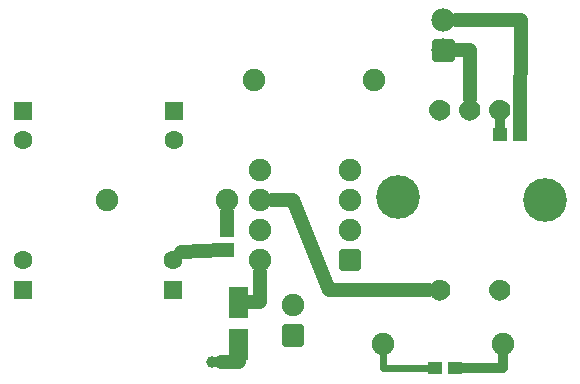
<source format=gtl>
G04 MADE WITH FRITZING*
G04 WWW.FRITZING.ORG*
G04 DOUBLE SIDED*
G04 HOLES PLATED*
G04 CONTOUR ON CENTER OF CONTOUR VECTOR*
%ASAXBY*%
%FSLAX23Y23*%
%MOIN*%
%OFA0B0*%
%SFA1.0B1.0*%
%ADD10C,0.070000*%
%ADD11C,0.075000*%
%ADD12C,0.145669*%
%ADD13C,0.039370*%
%ADD14C,0.062992*%
%ADD15C,0.078000*%
%ADD16R,0.047244X0.043307*%
%ADD17R,0.062992X0.062992*%
%ADD18C,0.024000*%
%ADD19C,0.032000*%
%ADD20C,0.048000*%
%ADD21C,0.020000*%
%ADD22R,0.001000X0.001000*%
%LNCOPPER1*%
G90*
G70*
G54D10*
X1739Y1057D03*
X1639Y1057D03*
X1539Y1057D03*
X1739Y457D03*
X1539Y457D03*
G54D11*
X919Y1157D03*
X1319Y1157D03*
X1750Y277D03*
X1350Y277D03*
X829Y757D03*
X429Y757D03*
G54D12*
X1399Y767D03*
X1889Y757D03*
G54D11*
X1050Y307D03*
X1050Y407D03*
G54D13*
X779Y217D03*
G54D14*
X650Y458D03*
X650Y557D03*
X650Y458D03*
X650Y557D03*
X150Y458D03*
X150Y557D03*
X150Y458D03*
X150Y557D03*
X651Y1056D03*
X651Y958D03*
X651Y1056D03*
X651Y958D03*
X150Y1055D03*
X150Y957D03*
X150Y1055D03*
X150Y957D03*
G54D11*
X1239Y557D03*
X939Y557D03*
X1239Y657D03*
X939Y657D03*
X1239Y757D03*
X939Y757D03*
X1239Y857D03*
X939Y857D03*
G54D15*
X1550Y1257D03*
X1550Y1357D03*
G54D16*
X1589Y197D03*
X1522Y197D03*
G54D17*
X650Y458D03*
X650Y458D03*
X150Y458D03*
X150Y458D03*
X651Y1056D03*
X651Y1056D03*
X150Y1055D03*
X150Y1055D03*
G54D18*
X1349Y198D02*
X1349Y248D01*
G54D19*
D02*
X1607Y197D02*
X1749Y198D01*
D02*
X1749Y198D02*
X1749Y243D01*
G54D20*
D02*
X813Y590D02*
X679Y586D01*
D02*
X679Y586D02*
X676Y584D01*
D02*
X829Y718D02*
X829Y675D01*
D02*
X1806Y993D02*
X1809Y1357D01*
D02*
X1809Y1357D02*
X1591Y1357D01*
G54D19*
D02*
X1739Y993D02*
X1739Y1026D01*
G54D18*
D02*
X1504Y197D02*
X1349Y198D01*
G54D20*
D02*
X1048Y757D02*
X1168Y458D01*
D02*
X1168Y458D02*
X1502Y457D01*
D02*
X979Y757D02*
X1048Y757D01*
D02*
X1591Y1257D02*
X1639Y1257D01*
D02*
X1639Y1257D02*
X1639Y1095D01*
D02*
X869Y230D02*
X869Y217D01*
D02*
X869Y217D02*
X809Y217D01*
D02*
X939Y518D02*
X939Y417D01*
D02*
X939Y417D02*
X895Y417D01*
G36*
X1782Y956D02*
X1782Y999D01*
X1830Y999D01*
X1830Y956D01*
X1782Y956D01*
G37*
D02*
G36*
X1715Y956D02*
X1715Y999D01*
X1763Y999D01*
X1763Y956D01*
X1715Y956D01*
G37*
D02*
G36*
X851Y634D02*
X807Y634D01*
X807Y681D01*
X851Y681D01*
X851Y634D01*
G37*
D02*
G36*
X851Y567D02*
X807Y567D01*
X807Y614D01*
X851Y614D01*
X851Y567D01*
G37*
D02*
G54D21*
X1022Y334D02*
X1077Y334D01*
X1077Y279D01*
X1022Y279D01*
X1022Y334D01*
D02*
G36*
X837Y327D02*
X900Y327D01*
X900Y224D01*
X837Y224D01*
X837Y327D01*
G37*
D02*
G36*
X837Y468D02*
X900Y468D01*
X900Y366D01*
X837Y366D01*
X837Y468D01*
G37*
D02*
X1211Y530D02*
X1211Y585D01*
X1266Y585D01*
X1266Y530D01*
X1211Y530D01*
D02*
X1521Y1228D02*
X1521Y1286D01*
X1579Y1286D01*
X1579Y1228D01*
X1521Y1228D01*
D02*
G54D22*
X1533Y1092D02*
X1543Y1092D01*
X1633Y1092D02*
X1642Y1092D01*
X1733Y1092D02*
X1742Y1092D01*
X1529Y1091D02*
X1546Y1091D01*
X1629Y1091D02*
X1646Y1091D01*
X1729Y1091D02*
X1746Y1091D01*
X1526Y1090D02*
X1549Y1090D01*
X1626Y1090D02*
X1649Y1090D01*
X1726Y1090D02*
X1749Y1090D01*
X1524Y1089D02*
X1551Y1089D01*
X1624Y1089D02*
X1651Y1089D01*
X1724Y1089D02*
X1751Y1089D01*
X1522Y1088D02*
X1553Y1088D01*
X1622Y1088D02*
X1653Y1088D01*
X1722Y1088D02*
X1753Y1088D01*
X1521Y1087D02*
X1555Y1087D01*
X1620Y1087D02*
X1655Y1087D01*
X1720Y1087D02*
X1755Y1087D01*
X1519Y1086D02*
X1556Y1086D01*
X1619Y1086D02*
X1656Y1086D01*
X1719Y1086D02*
X1756Y1086D01*
X1518Y1085D02*
X1558Y1085D01*
X1618Y1085D02*
X1658Y1085D01*
X1718Y1085D02*
X1758Y1085D01*
X1516Y1084D02*
X1559Y1084D01*
X1616Y1084D02*
X1659Y1084D01*
X1716Y1084D02*
X1759Y1084D01*
X1515Y1083D02*
X1560Y1083D01*
X1615Y1083D02*
X1660Y1083D01*
X1715Y1083D02*
X1760Y1083D01*
X1514Y1082D02*
X1561Y1082D01*
X1614Y1082D02*
X1661Y1082D01*
X1714Y1082D02*
X1761Y1082D01*
X1513Y1081D02*
X1562Y1081D01*
X1613Y1081D02*
X1662Y1081D01*
X1713Y1081D02*
X1762Y1081D01*
X1512Y1080D02*
X1563Y1080D01*
X1612Y1080D02*
X1663Y1080D01*
X1712Y1080D02*
X1763Y1080D01*
X1512Y1079D02*
X1564Y1079D01*
X1611Y1079D02*
X1664Y1079D01*
X1711Y1079D02*
X1764Y1079D01*
X1511Y1078D02*
X1565Y1078D01*
X1611Y1078D02*
X1665Y1078D01*
X1711Y1078D02*
X1765Y1078D01*
X1510Y1077D02*
X1565Y1077D01*
X1610Y1077D02*
X1665Y1077D01*
X1710Y1077D02*
X1765Y1077D01*
X1509Y1076D02*
X1566Y1076D01*
X1609Y1076D02*
X1666Y1076D01*
X1709Y1076D02*
X1766Y1076D01*
X1509Y1075D02*
X1567Y1075D01*
X1609Y1075D02*
X1667Y1075D01*
X1708Y1075D02*
X1767Y1075D01*
X1508Y1074D02*
X1567Y1074D01*
X1608Y1074D02*
X1667Y1074D01*
X1708Y1074D02*
X1767Y1074D01*
X1507Y1073D02*
X1568Y1073D01*
X1607Y1073D02*
X1668Y1073D01*
X1707Y1073D02*
X1768Y1073D01*
X1507Y1072D02*
X1533Y1072D01*
X1543Y1072D02*
X1569Y1072D01*
X1607Y1072D02*
X1632Y1072D01*
X1643Y1072D02*
X1668Y1072D01*
X1707Y1072D02*
X1732Y1072D01*
X1743Y1072D02*
X1768Y1072D01*
X1506Y1071D02*
X1530Y1071D01*
X1546Y1071D02*
X1569Y1071D01*
X1606Y1071D02*
X1629Y1071D01*
X1646Y1071D02*
X1669Y1071D01*
X1706Y1071D02*
X1729Y1071D01*
X1746Y1071D02*
X1769Y1071D01*
X1506Y1070D02*
X1528Y1070D01*
X1548Y1070D02*
X1569Y1070D01*
X1606Y1070D02*
X1628Y1070D01*
X1648Y1070D02*
X1669Y1070D01*
X1706Y1070D02*
X1728Y1070D01*
X1748Y1070D02*
X1769Y1070D01*
X1506Y1069D02*
X1527Y1069D01*
X1549Y1069D02*
X1570Y1069D01*
X1605Y1069D02*
X1626Y1069D01*
X1649Y1069D02*
X1670Y1069D01*
X1705Y1069D02*
X1726Y1069D01*
X1749Y1069D02*
X1770Y1069D01*
X1505Y1068D02*
X1526Y1068D01*
X1550Y1068D02*
X1570Y1068D01*
X1605Y1068D02*
X1625Y1068D01*
X1650Y1068D02*
X1670Y1068D01*
X1705Y1068D02*
X1725Y1068D01*
X1750Y1068D02*
X1770Y1068D01*
X1505Y1067D02*
X1525Y1067D01*
X1551Y1067D02*
X1571Y1067D01*
X1605Y1067D02*
X1625Y1067D01*
X1651Y1067D02*
X1671Y1067D01*
X1705Y1067D02*
X1725Y1067D01*
X1751Y1067D02*
X1771Y1067D01*
X1504Y1066D02*
X1524Y1066D01*
X1551Y1066D02*
X1571Y1066D01*
X1604Y1066D02*
X1624Y1066D01*
X1651Y1066D02*
X1671Y1066D01*
X1704Y1066D02*
X1724Y1066D01*
X1751Y1066D02*
X1771Y1066D01*
X1504Y1065D02*
X1524Y1065D01*
X1552Y1065D02*
X1571Y1065D01*
X1604Y1065D02*
X1624Y1065D01*
X1652Y1065D02*
X1671Y1065D01*
X1704Y1065D02*
X1724Y1065D01*
X1752Y1065D02*
X1771Y1065D01*
X1504Y1064D02*
X1523Y1064D01*
X1552Y1064D02*
X1571Y1064D01*
X1604Y1064D02*
X1623Y1064D01*
X1652Y1064D02*
X1671Y1064D01*
X1704Y1064D02*
X1723Y1064D01*
X1752Y1064D02*
X1771Y1064D01*
X1504Y1063D02*
X1523Y1063D01*
X1552Y1063D02*
X1572Y1063D01*
X1604Y1063D02*
X1623Y1063D01*
X1652Y1063D02*
X1672Y1063D01*
X1704Y1063D02*
X1723Y1063D01*
X1752Y1063D02*
X1772Y1063D01*
X1504Y1062D02*
X1523Y1062D01*
X1553Y1062D02*
X1572Y1062D01*
X1604Y1062D02*
X1623Y1062D01*
X1653Y1062D02*
X1672Y1062D01*
X1703Y1062D02*
X1723Y1062D01*
X1753Y1062D02*
X1772Y1062D01*
X1503Y1061D02*
X1522Y1061D01*
X1553Y1061D02*
X1572Y1061D01*
X1603Y1061D02*
X1622Y1061D01*
X1653Y1061D02*
X1672Y1061D01*
X1703Y1061D02*
X1722Y1061D01*
X1753Y1061D02*
X1772Y1061D01*
X1503Y1060D02*
X1522Y1060D01*
X1553Y1060D02*
X1572Y1060D01*
X1603Y1060D02*
X1622Y1060D01*
X1653Y1060D02*
X1672Y1060D01*
X1703Y1060D02*
X1722Y1060D01*
X1753Y1060D02*
X1772Y1060D01*
X1503Y1059D02*
X1522Y1059D01*
X1553Y1059D02*
X1572Y1059D01*
X1603Y1059D02*
X1622Y1059D01*
X1653Y1059D02*
X1672Y1059D01*
X1703Y1059D02*
X1722Y1059D01*
X1753Y1059D02*
X1772Y1059D01*
X1503Y1058D02*
X1522Y1058D01*
X1553Y1058D02*
X1572Y1058D01*
X1603Y1058D02*
X1622Y1058D01*
X1653Y1058D02*
X1672Y1058D01*
X1703Y1058D02*
X1722Y1058D01*
X1753Y1058D02*
X1772Y1058D01*
X1503Y1057D02*
X1522Y1057D01*
X1553Y1057D02*
X1572Y1057D01*
X1603Y1057D02*
X1622Y1057D01*
X1653Y1057D02*
X1672Y1057D01*
X1703Y1057D02*
X1722Y1057D01*
X1753Y1057D02*
X1772Y1057D01*
X1503Y1056D02*
X1522Y1056D01*
X1553Y1056D02*
X1572Y1056D01*
X1603Y1056D02*
X1622Y1056D01*
X1653Y1056D02*
X1672Y1056D01*
X1703Y1056D02*
X1722Y1056D01*
X1753Y1056D02*
X1772Y1056D01*
X1503Y1055D02*
X1522Y1055D01*
X1553Y1055D02*
X1572Y1055D01*
X1603Y1055D02*
X1622Y1055D01*
X1653Y1055D02*
X1672Y1055D01*
X1703Y1055D02*
X1722Y1055D01*
X1753Y1055D02*
X1772Y1055D01*
X1503Y1054D02*
X1522Y1054D01*
X1553Y1054D02*
X1572Y1054D01*
X1603Y1054D02*
X1622Y1054D01*
X1653Y1054D02*
X1672Y1054D01*
X1703Y1054D02*
X1722Y1054D01*
X1753Y1054D02*
X1772Y1054D01*
X1504Y1053D02*
X1523Y1053D01*
X1553Y1053D02*
X1572Y1053D01*
X1604Y1053D02*
X1623Y1053D01*
X1653Y1053D02*
X1672Y1053D01*
X1703Y1053D02*
X1723Y1053D01*
X1753Y1053D02*
X1772Y1053D01*
X1504Y1052D02*
X1523Y1052D01*
X1552Y1052D02*
X1572Y1052D01*
X1604Y1052D02*
X1623Y1052D01*
X1652Y1052D02*
X1672Y1052D01*
X1704Y1052D02*
X1723Y1052D01*
X1752Y1052D02*
X1772Y1052D01*
X1504Y1051D02*
X1523Y1051D01*
X1552Y1051D02*
X1571Y1051D01*
X1604Y1051D02*
X1623Y1051D01*
X1652Y1051D02*
X1671Y1051D01*
X1704Y1051D02*
X1723Y1051D01*
X1752Y1051D02*
X1771Y1051D01*
X1504Y1050D02*
X1524Y1050D01*
X1552Y1050D02*
X1571Y1050D01*
X1604Y1050D02*
X1624Y1050D01*
X1652Y1050D02*
X1671Y1050D01*
X1704Y1050D02*
X1724Y1050D01*
X1752Y1050D02*
X1771Y1050D01*
X1504Y1049D02*
X1524Y1049D01*
X1551Y1049D02*
X1571Y1049D01*
X1604Y1049D02*
X1624Y1049D01*
X1651Y1049D02*
X1671Y1049D01*
X1704Y1049D02*
X1724Y1049D01*
X1751Y1049D02*
X1771Y1049D01*
X1505Y1048D02*
X1525Y1048D01*
X1551Y1048D02*
X1571Y1048D01*
X1605Y1048D02*
X1625Y1048D01*
X1651Y1048D02*
X1671Y1048D01*
X1705Y1048D02*
X1725Y1048D01*
X1751Y1048D02*
X1771Y1048D01*
X1505Y1047D02*
X1526Y1047D01*
X1550Y1047D02*
X1570Y1047D01*
X1605Y1047D02*
X1625Y1047D01*
X1650Y1047D02*
X1670Y1047D01*
X1705Y1047D02*
X1725Y1047D01*
X1750Y1047D02*
X1770Y1047D01*
X1506Y1046D02*
X1527Y1046D01*
X1549Y1046D02*
X1570Y1046D01*
X1605Y1046D02*
X1626Y1046D01*
X1649Y1046D02*
X1670Y1046D01*
X1705Y1046D02*
X1726Y1046D01*
X1749Y1046D02*
X1770Y1046D01*
X1506Y1045D02*
X1528Y1045D01*
X1548Y1045D02*
X1569Y1045D01*
X1606Y1045D02*
X1628Y1045D01*
X1648Y1045D02*
X1669Y1045D01*
X1706Y1045D02*
X1728Y1045D01*
X1748Y1045D02*
X1769Y1045D01*
X1506Y1044D02*
X1530Y1044D01*
X1546Y1044D02*
X1569Y1044D01*
X1606Y1044D02*
X1630Y1044D01*
X1646Y1044D02*
X1669Y1044D01*
X1706Y1044D02*
X1729Y1044D01*
X1746Y1044D02*
X1769Y1044D01*
X1507Y1043D02*
X1533Y1043D01*
X1543Y1043D02*
X1569Y1043D01*
X1607Y1043D02*
X1633Y1043D01*
X1643Y1043D02*
X1668Y1043D01*
X1707Y1043D02*
X1732Y1043D01*
X1743Y1043D02*
X1768Y1043D01*
X1507Y1042D02*
X1568Y1042D01*
X1607Y1042D02*
X1668Y1042D01*
X1707Y1042D02*
X1768Y1042D01*
X1508Y1041D02*
X1567Y1041D01*
X1608Y1041D02*
X1667Y1041D01*
X1708Y1041D02*
X1767Y1041D01*
X1509Y1040D02*
X1567Y1040D01*
X1609Y1040D02*
X1667Y1040D01*
X1708Y1040D02*
X1767Y1040D01*
X1509Y1039D02*
X1566Y1039D01*
X1609Y1039D02*
X1666Y1039D01*
X1709Y1039D02*
X1766Y1039D01*
X1510Y1038D02*
X1565Y1038D01*
X1610Y1038D02*
X1665Y1038D01*
X1710Y1038D02*
X1765Y1038D01*
X1511Y1037D02*
X1565Y1037D01*
X1611Y1037D02*
X1665Y1037D01*
X1711Y1037D02*
X1765Y1037D01*
X1512Y1036D02*
X1564Y1036D01*
X1611Y1036D02*
X1664Y1036D01*
X1711Y1036D02*
X1764Y1036D01*
X1512Y1035D02*
X1563Y1035D01*
X1612Y1035D02*
X1663Y1035D01*
X1712Y1035D02*
X1763Y1035D01*
X1513Y1034D02*
X1562Y1034D01*
X1613Y1034D02*
X1662Y1034D01*
X1713Y1034D02*
X1762Y1034D01*
X1514Y1033D02*
X1561Y1033D01*
X1614Y1033D02*
X1661Y1033D01*
X1714Y1033D02*
X1761Y1033D01*
X1515Y1032D02*
X1560Y1032D01*
X1615Y1032D02*
X1660Y1032D01*
X1715Y1032D02*
X1760Y1032D01*
X1516Y1031D02*
X1559Y1031D01*
X1616Y1031D02*
X1659Y1031D01*
X1716Y1031D02*
X1759Y1031D01*
X1518Y1030D02*
X1558Y1030D01*
X1618Y1030D02*
X1658Y1030D01*
X1718Y1030D02*
X1758Y1030D01*
X1519Y1029D02*
X1556Y1029D01*
X1619Y1029D02*
X1656Y1029D01*
X1719Y1029D02*
X1756Y1029D01*
X1521Y1028D02*
X1555Y1028D01*
X1620Y1028D02*
X1655Y1028D01*
X1720Y1028D02*
X1755Y1028D01*
X1522Y1027D02*
X1553Y1027D01*
X1622Y1027D02*
X1653Y1027D01*
X1722Y1027D02*
X1753Y1027D01*
X1524Y1026D02*
X1551Y1026D01*
X1624Y1026D02*
X1651Y1026D01*
X1724Y1026D02*
X1751Y1026D01*
X1526Y1025D02*
X1549Y1025D01*
X1626Y1025D02*
X1649Y1025D01*
X1726Y1025D02*
X1749Y1025D01*
X1529Y1024D02*
X1546Y1024D01*
X1629Y1024D02*
X1646Y1024D01*
X1729Y1024D02*
X1746Y1024D01*
X1533Y1023D02*
X1543Y1023D01*
X1633Y1023D02*
X1642Y1023D01*
X1733Y1023D02*
X1742Y1023D01*
X1532Y492D02*
X1544Y492D01*
X1732Y492D02*
X1743Y492D01*
X1528Y491D02*
X1547Y491D01*
X1728Y491D02*
X1747Y491D01*
X1526Y490D02*
X1550Y490D01*
X1726Y490D02*
X1750Y490D01*
X1524Y489D02*
X1552Y489D01*
X1723Y489D02*
X1752Y489D01*
X1522Y488D02*
X1554Y488D01*
X1722Y488D02*
X1754Y488D01*
X1520Y487D02*
X1555Y487D01*
X1720Y487D02*
X1755Y487D01*
X1519Y486D02*
X1557Y486D01*
X1719Y486D02*
X1757Y486D01*
X1517Y485D02*
X1558Y485D01*
X1717Y485D02*
X1758Y485D01*
X1516Y484D02*
X1559Y484D01*
X1716Y484D02*
X1759Y484D01*
X1515Y483D02*
X1560Y483D01*
X1715Y483D02*
X1760Y483D01*
X1514Y482D02*
X1561Y482D01*
X1714Y482D02*
X1761Y482D01*
X1513Y481D02*
X1562Y481D01*
X1713Y481D02*
X1762Y481D01*
X1512Y480D02*
X1563Y480D01*
X1712Y480D02*
X1763Y480D01*
X1511Y479D02*
X1564Y479D01*
X1711Y479D02*
X1764Y479D01*
X1511Y478D02*
X1565Y478D01*
X1710Y478D02*
X1765Y478D01*
X1510Y477D02*
X1566Y477D01*
X1710Y477D02*
X1766Y477D01*
X1509Y476D02*
X1566Y476D01*
X1709Y476D02*
X1766Y476D01*
X1508Y475D02*
X1567Y475D01*
X1708Y475D02*
X1767Y475D01*
X1508Y474D02*
X1568Y474D01*
X1708Y474D02*
X1767Y474D01*
X1507Y473D02*
X1568Y473D01*
X1707Y473D02*
X1768Y473D01*
X1507Y472D02*
X1532Y472D01*
X1544Y472D02*
X1569Y472D01*
X1707Y472D02*
X1732Y472D01*
X1744Y472D02*
X1769Y472D01*
X1506Y471D02*
X1529Y471D01*
X1546Y471D02*
X1569Y471D01*
X1706Y471D02*
X1729Y471D01*
X1746Y471D02*
X1769Y471D01*
X1506Y470D02*
X1527Y470D01*
X1548Y470D02*
X1570Y470D01*
X1706Y470D02*
X1727Y470D01*
X1748Y470D02*
X1769Y470D01*
X1505Y469D02*
X1526Y469D01*
X1549Y469D02*
X1570Y469D01*
X1705Y469D02*
X1726Y469D01*
X1749Y469D02*
X1770Y469D01*
X1505Y468D02*
X1525Y468D01*
X1550Y468D02*
X1570Y468D01*
X1705Y468D02*
X1725Y468D01*
X1750Y468D02*
X1770Y468D01*
X1505Y467D02*
X1525Y467D01*
X1551Y467D02*
X1571Y467D01*
X1705Y467D02*
X1725Y467D01*
X1751Y467D02*
X1771Y467D01*
X1504Y466D02*
X1524Y466D01*
X1551Y466D02*
X1571Y466D01*
X1704Y466D02*
X1724Y466D01*
X1751Y466D02*
X1771Y466D01*
X1504Y465D02*
X1524Y465D01*
X1552Y465D02*
X1571Y465D01*
X1704Y465D02*
X1723Y465D01*
X1752Y465D02*
X1771Y465D01*
X1504Y464D02*
X1523Y464D01*
X1552Y464D02*
X1572Y464D01*
X1704Y464D02*
X1723Y464D01*
X1752Y464D02*
X1771Y464D01*
X1504Y463D02*
X1523Y463D01*
X1553Y463D02*
X1572Y463D01*
X1704Y463D02*
X1723Y463D01*
X1752Y463D02*
X1772Y463D01*
X1504Y462D02*
X1523Y462D01*
X1553Y462D02*
X1572Y462D01*
X1703Y462D02*
X1723Y462D01*
X1753Y462D02*
X1772Y462D01*
X1503Y461D02*
X1522Y461D01*
X1553Y461D02*
X1572Y461D01*
X1703Y461D02*
X1722Y461D01*
X1753Y461D02*
X1772Y461D01*
X1503Y460D02*
X1522Y460D01*
X1553Y460D02*
X1572Y460D01*
X1703Y460D02*
X1722Y460D01*
X1753Y460D02*
X1772Y460D01*
X1503Y459D02*
X1522Y459D01*
X1553Y459D02*
X1572Y459D01*
X1703Y459D02*
X1722Y459D01*
X1753Y459D02*
X1772Y459D01*
X1503Y458D02*
X1522Y458D01*
X1553Y458D02*
X1572Y458D01*
X1703Y458D02*
X1722Y458D01*
X1753Y458D02*
X1772Y458D01*
X1503Y457D02*
X1522Y457D01*
X1553Y457D02*
X1572Y457D01*
X1703Y457D02*
X1722Y457D01*
X1753Y457D02*
X1772Y457D01*
X1503Y456D02*
X1522Y456D01*
X1553Y456D02*
X1572Y456D01*
X1703Y456D02*
X1722Y456D01*
X1753Y456D02*
X1772Y456D01*
X1503Y455D02*
X1522Y455D01*
X1553Y455D02*
X1572Y455D01*
X1703Y455D02*
X1722Y455D01*
X1753Y455D02*
X1772Y455D01*
X1503Y454D02*
X1523Y454D01*
X1553Y454D02*
X1572Y454D01*
X1703Y454D02*
X1722Y454D01*
X1753Y454D02*
X1772Y454D01*
X1504Y453D02*
X1523Y453D01*
X1553Y453D02*
X1572Y453D01*
X1704Y453D02*
X1723Y453D01*
X1753Y453D02*
X1772Y453D01*
X1504Y452D02*
X1523Y452D01*
X1552Y452D02*
X1572Y452D01*
X1704Y452D02*
X1723Y452D01*
X1752Y452D02*
X1772Y452D01*
X1504Y451D02*
X1523Y451D01*
X1552Y451D02*
X1571Y451D01*
X1704Y451D02*
X1723Y451D01*
X1752Y451D02*
X1771Y451D01*
X1504Y450D02*
X1524Y450D01*
X1552Y450D02*
X1571Y450D01*
X1704Y450D02*
X1724Y450D01*
X1752Y450D02*
X1771Y450D01*
X1505Y449D02*
X1524Y449D01*
X1551Y449D02*
X1571Y449D01*
X1704Y449D02*
X1724Y449D01*
X1751Y449D02*
X1771Y449D01*
X1505Y448D02*
X1525Y448D01*
X1551Y448D02*
X1571Y448D01*
X1705Y448D02*
X1725Y448D01*
X1750Y448D02*
X1770Y448D01*
X1505Y447D02*
X1526Y447D01*
X1550Y447D02*
X1570Y447D01*
X1705Y447D02*
X1726Y447D01*
X1750Y447D02*
X1770Y447D01*
X1506Y446D02*
X1527Y446D01*
X1549Y446D02*
X1570Y446D01*
X1706Y446D02*
X1727Y446D01*
X1749Y446D02*
X1770Y446D01*
X1506Y445D02*
X1528Y445D01*
X1547Y445D02*
X1569Y445D01*
X1706Y445D02*
X1728Y445D01*
X1747Y445D02*
X1769Y445D01*
X1506Y444D02*
X1530Y444D01*
X1545Y444D02*
X1569Y444D01*
X1706Y444D02*
X1730Y444D01*
X1745Y444D02*
X1769Y444D01*
X1507Y443D02*
X1534Y443D01*
X1542Y443D02*
X1568Y443D01*
X1707Y443D02*
X1734Y443D01*
X1742Y443D02*
X1768Y443D01*
X1508Y442D02*
X1568Y442D01*
X1707Y442D02*
X1768Y442D01*
X1508Y441D02*
X1567Y441D01*
X1708Y441D02*
X1767Y441D01*
X1509Y440D02*
X1567Y440D01*
X1709Y440D02*
X1767Y440D01*
X1509Y439D02*
X1566Y439D01*
X1709Y439D02*
X1766Y439D01*
X1510Y438D02*
X1565Y438D01*
X1710Y438D02*
X1765Y438D01*
X1511Y437D02*
X1565Y437D01*
X1711Y437D02*
X1764Y437D01*
X1512Y436D02*
X1564Y436D01*
X1712Y436D02*
X1764Y436D01*
X1513Y435D02*
X1563Y435D01*
X1712Y435D02*
X1763Y435D01*
X1513Y434D02*
X1562Y434D01*
X1713Y434D02*
X1762Y434D01*
X1514Y433D02*
X1561Y433D01*
X1714Y433D02*
X1761Y433D01*
X1516Y432D02*
X1560Y432D01*
X1715Y432D02*
X1760Y432D01*
X1517Y431D02*
X1559Y431D01*
X1717Y431D02*
X1759Y431D01*
X1518Y430D02*
X1557Y430D01*
X1718Y430D02*
X1757Y430D01*
X1519Y429D02*
X1556Y429D01*
X1719Y429D02*
X1756Y429D01*
X1521Y428D02*
X1555Y428D01*
X1721Y428D02*
X1754Y428D01*
X1523Y427D02*
X1553Y427D01*
X1722Y427D02*
X1753Y427D01*
X1524Y426D02*
X1551Y426D01*
X1724Y426D02*
X1751Y426D01*
X1527Y425D02*
X1549Y425D01*
X1727Y425D02*
X1749Y425D01*
X1530Y424D02*
X1546Y424D01*
X1730Y424D02*
X1746Y424D01*
X1534Y423D02*
X1541Y423D01*
X1734Y423D02*
X1741Y423D01*
D02*
G04 End of Copper1*
M02*
</source>
